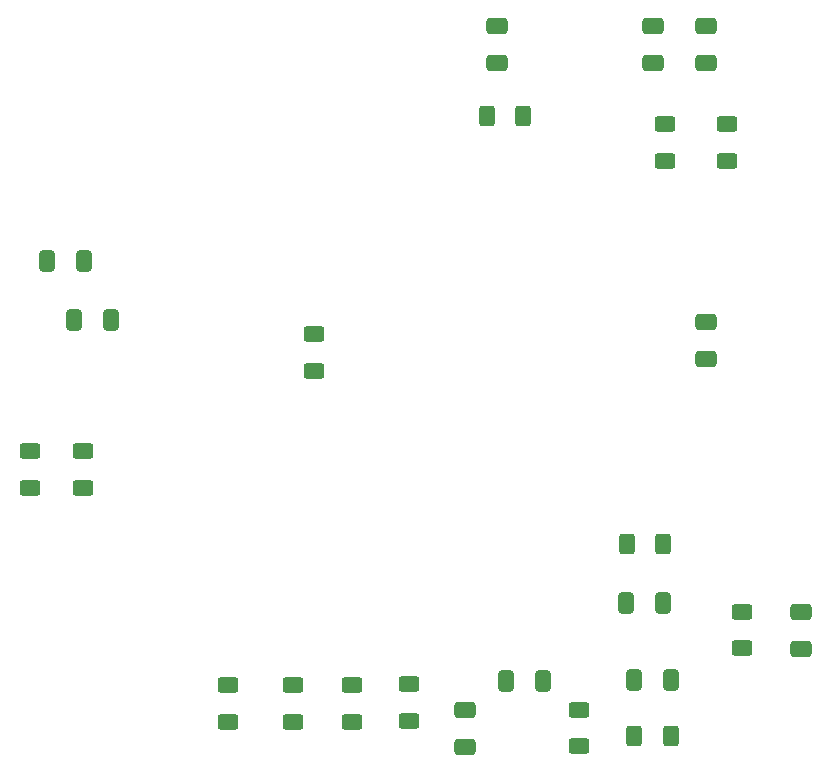
<source format=gbr>
%TF.GenerationSoftware,KiCad,Pcbnew,8.0.2*%
%TF.CreationDate,2024-04-30T14:50:30+02:00*%
%TF.ProjectId,Bachelor Shield,42616368-656c-46f7-9220-536869656c64,1.0*%
%TF.SameCoordinates,Original*%
%TF.FileFunction,Paste,Top*%
%TF.FilePolarity,Positive*%
%FSLAX46Y46*%
G04 Gerber Fmt 4.6, Leading zero omitted, Abs format (unit mm)*
G04 Created by KiCad (PCBNEW 8.0.2) date 2024-04-30 14:50:30*
%MOMM*%
%LPD*%
G01*
G04 APERTURE LIST*
G04 Aperture macros list*
%AMRoundRect*
0 Rectangle with rounded corners*
0 $1 Rounding radius*
0 $2 $3 $4 $5 $6 $7 $8 $9 X,Y pos of 4 corners*
0 Add a 4 corners polygon primitive as box body*
4,1,4,$2,$3,$4,$5,$6,$7,$8,$9,$2,$3,0*
0 Add four circle primitives for the rounded corners*
1,1,$1+$1,$2,$3*
1,1,$1+$1,$4,$5*
1,1,$1+$1,$6,$7*
1,1,$1+$1,$8,$9*
0 Add four rect primitives between the rounded corners*
20,1,$1+$1,$2,$3,$4,$5,0*
20,1,$1+$1,$4,$5,$6,$7,0*
20,1,$1+$1,$6,$7,$8,$9,0*
20,1,$1+$1,$8,$9,$2,$3,0*%
G04 Aperture macros list end*
%ADD10RoundRect,0.250000X0.412500X0.650000X-0.412500X0.650000X-0.412500X-0.650000X0.412500X-0.650000X0*%
%ADD11RoundRect,0.250000X-0.650000X0.412500X-0.650000X-0.412500X0.650000X-0.412500X0.650000X0.412500X0*%
%ADD12RoundRect,0.250000X0.400000X0.625000X-0.400000X0.625000X-0.400000X-0.625000X0.400000X-0.625000X0*%
%ADD13RoundRect,0.250000X0.625000X-0.400000X0.625000X0.400000X-0.625000X0.400000X-0.625000X-0.400000X0*%
%ADD14RoundRect,0.250000X-0.625000X0.400000X-0.625000X-0.400000X0.625000X-0.400000X0.625000X0.400000X0*%
%ADD15RoundRect,0.250000X-0.412500X-0.650000X0.412500X-0.650000X0.412500X0.650000X-0.412500X0.650000X0*%
%ADD16RoundRect,0.250000X0.650000X-0.412500X0.650000X0.412500X-0.650000X0.412500X-0.650000X-0.412500X0*%
G04 APERTURE END LIST*
D10*
%TO.C,C4*%
X122162500Y-102400000D03*
X119037500Y-102400000D03*
%TD*%
%TO.C,C6*%
X132300000Y-95750000D03*
X129175000Y-95750000D03*
%TD*%
D11*
%TO.C,C9*%
X136000000Y-46937500D03*
X136000000Y-50062500D03*
%TD*%
%TO.C,C3*%
X115600000Y-104800000D03*
X115600000Y-107925000D03*
%TD*%
D12*
%TO.C,R11*%
X120500000Y-54500000D03*
X117400000Y-54500000D03*
%TD*%
D13*
%TO.C,R13*%
X132500000Y-58300000D03*
X132500000Y-55200000D03*
%TD*%
D10*
%TO.C,C1*%
X85562500Y-71800000D03*
X82437500Y-71800000D03*
%TD*%
D13*
%TO.C,R10*%
X139000000Y-99600000D03*
X139000000Y-96500000D03*
%TD*%
%TO.C,R2*%
X101000000Y-105787500D03*
X101000000Y-102687500D03*
%TD*%
D11*
%TO.C,C8*%
X118250000Y-46875000D03*
X118250000Y-50000000D03*
%TD*%
D12*
%TO.C,R9*%
X132350000Y-90750000D03*
X129250000Y-90750000D03*
%TD*%
D14*
%TO.C,R5*%
X83250000Y-82900000D03*
X83250000Y-86000000D03*
%TD*%
D11*
%TO.C,C10*%
X131500000Y-46937500D03*
X131500000Y-50062500D03*
%TD*%
D15*
%TO.C,C2*%
X80187500Y-66800000D03*
X83312500Y-66800000D03*
%TD*%
D13*
%TO.C,R3*%
X95500000Y-105787500D03*
X95500000Y-102687500D03*
%TD*%
%TO.C,R6*%
X110800000Y-105750000D03*
X110800000Y-102650000D03*
%TD*%
%TO.C,R1*%
X106000000Y-105787500D03*
X106000000Y-102687500D03*
%TD*%
D14*
%TO.C,R4*%
X78750000Y-82900000D03*
X78750000Y-86000000D03*
%TD*%
D13*
%TO.C,R14*%
X102750000Y-76100000D03*
X102750000Y-73000000D03*
%TD*%
%TO.C,R7*%
X125200000Y-107900000D03*
X125200000Y-104800000D03*
%TD*%
D11*
%TO.C,C12*%
X136000000Y-72000000D03*
X136000000Y-75125000D03*
%TD*%
D16*
%TO.C,C7*%
X144000000Y-99625000D03*
X144000000Y-96500000D03*
%TD*%
D10*
%TO.C,C5*%
X133000000Y-102250000D03*
X129875000Y-102250000D03*
%TD*%
D12*
%TO.C,R8*%
X133000000Y-107000000D03*
X129900000Y-107000000D03*
%TD*%
D13*
%TO.C,R12*%
X137750000Y-58300000D03*
X137750000Y-55200000D03*
%TD*%
M02*

</source>
